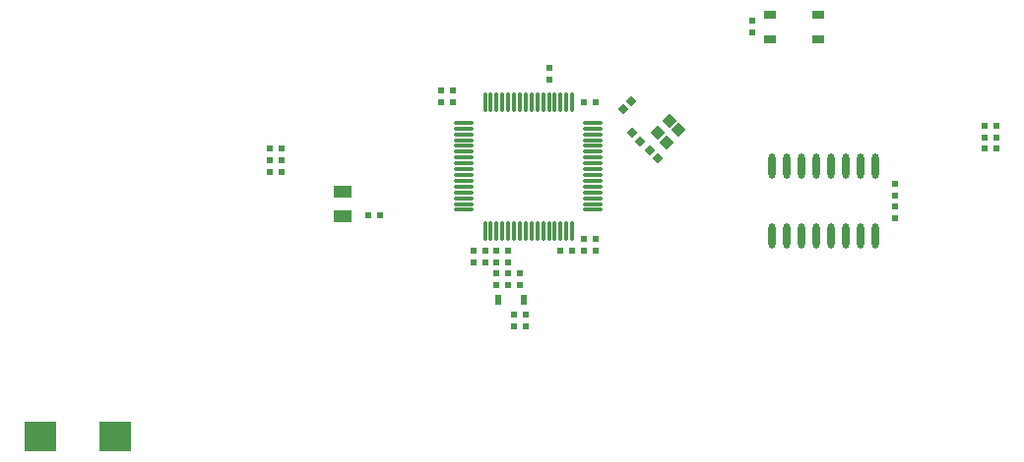
<source format=gbp>
G04 Layer_Color=128*
%FSLAX44Y44*%
%MOMM*%
G71*
G01*
G75*
%ADD17R,0.6000X0.6000*%
%ADD18R,0.6000X0.6000*%
%ADD19R,1.5000X1.0000*%
%ADD25O,0.6000X2.1500*%
%ADD52R,0.6300X0.8300*%
%ADD53R,2.7700X2.5500*%
%ADD54P,0.8485X4X270.0*%
%ADD55P,0.8485X4X360.0*%
%ADD56R,1.0500X0.6500*%
G04:AMPARAMS|DCode=57|XSize=0.95mm|YSize=0.85mm|CornerRadius=0mm|HoleSize=0mm|Usage=FLASHONLY|Rotation=45.000|XOffset=0mm|YOffset=0mm|HoleType=Round|Shape=Rectangle|*
%AMROTATEDRECTD57*
4,1,4,-0.0353,-0.6364,-0.6364,-0.0353,0.0353,0.6364,0.6364,0.0353,-0.0353,-0.6364,0.0*
%
%ADD57ROTATEDRECTD57*%

%ADD58O,0.3000X1.8000*%
%ADD59O,1.8000X0.3000*%
D17*
X562500Y212500D02*
D03*
X572500D02*
D03*
X557500Y237500D02*
D03*
X547500D02*
D03*
X557500Y247500D02*
D03*
X547500D02*
D03*
X447500Y297500D02*
D03*
X437500D02*
D03*
X977500Y375000D02*
D03*
X967500D02*
D03*
X977500Y365000D02*
D03*
X967500D02*
D03*
X562500Y202500D02*
D03*
X572500D02*
D03*
X977500Y355000D02*
D03*
X967500D02*
D03*
X352500D02*
D03*
X362500D02*
D03*
X352500Y335000D02*
D03*
X362500D02*
D03*
X352500Y345000D02*
D03*
X362500D02*
D03*
X602500Y267500D02*
D03*
X612500D02*
D03*
X622500Y395000D02*
D03*
X632500D02*
D03*
D18*
X890000Y295000D02*
D03*
Y305000D02*
D03*
Y315000D02*
D03*
Y325000D02*
D03*
X567500Y237500D02*
D03*
Y247500D02*
D03*
X527500Y267500D02*
D03*
Y257500D02*
D03*
X510000Y395000D02*
D03*
Y405000D02*
D03*
X537500Y267500D02*
D03*
Y257500D02*
D03*
X632500Y267500D02*
D03*
Y277500D02*
D03*
X622500Y277500D02*
D03*
Y267500D02*
D03*
X547500Y257500D02*
D03*
Y267500D02*
D03*
X500000Y405000D02*
D03*
Y395000D02*
D03*
X767500Y465000D02*
D03*
Y455000D02*
D03*
X592500Y415000D02*
D03*
Y425000D02*
D03*
X557500Y267500D02*
D03*
Y257500D02*
D03*
D19*
X415000Y318000D02*
D03*
Y297000D02*
D03*
D25*
X873100Y280000D02*
D03*
X860400D02*
D03*
X847700D02*
D03*
X835000D02*
D03*
X822300D02*
D03*
X809600D02*
D03*
X796900D02*
D03*
X784200D02*
D03*
X873100Y340000D02*
D03*
X860400D02*
D03*
X847700D02*
D03*
X835000D02*
D03*
X822300D02*
D03*
X809600D02*
D03*
X796900D02*
D03*
X784200D02*
D03*
D52*
X548900Y225000D02*
D03*
X571100D02*
D03*
D53*
X219700Y107500D02*
D03*
X155300D02*
D03*
D54*
X678964Y353535D02*
D03*
X686036Y346465D02*
D03*
X663964Y368535D02*
D03*
X671036Y361465D02*
D03*
D55*
X656464Y388965D02*
D03*
X663536Y396036D02*
D03*
D56*
X824400Y449250D02*
D03*
Y470750D02*
D03*
X782900D02*
D03*
Y449250D02*
D03*
D57*
X693939Y360808D02*
D03*
X685808Y368939D02*
D03*
X696061Y379192D02*
D03*
X704192Y371061D02*
D03*
D58*
X612500Y395500D02*
D03*
X607500D02*
D03*
X602500D02*
D03*
X597500D02*
D03*
X592500D02*
D03*
X587500D02*
D03*
X582500Y395500D02*
D03*
X577500D02*
D03*
X572500Y395500D02*
D03*
X567500D02*
D03*
X562500D02*
D03*
X557500D02*
D03*
X552500D02*
D03*
X547500Y395500D02*
D03*
X542500D02*
D03*
X537500Y395500D02*
D03*
X537500Y284500D02*
D03*
X542500D02*
D03*
X547500D02*
D03*
X552500D02*
D03*
X557500D02*
D03*
X562500D02*
D03*
X567500D02*
D03*
X572500D02*
D03*
X577500D02*
D03*
X582500D02*
D03*
X587500D02*
D03*
X592500Y284500D02*
D03*
X597500D02*
D03*
X602500Y284500D02*
D03*
X607500D02*
D03*
X612500D02*
D03*
D59*
X519500Y377500D02*
D03*
X519500Y372500D02*
D03*
Y367500D02*
D03*
X519500Y362500D02*
D03*
Y357500D02*
D03*
Y352500D02*
D03*
Y347500D02*
D03*
Y342500D02*
D03*
X519500Y337500D02*
D03*
Y332500D02*
D03*
Y327500D02*
D03*
X519500Y322500D02*
D03*
Y317500D02*
D03*
Y312500D02*
D03*
Y307500D02*
D03*
Y302500D02*
D03*
X630500D02*
D03*
Y307500D02*
D03*
Y312500D02*
D03*
X630500Y317500D02*
D03*
Y322500D02*
D03*
X630500Y327500D02*
D03*
Y332500D02*
D03*
Y337500D02*
D03*
Y342500D02*
D03*
Y347500D02*
D03*
Y352500D02*
D03*
Y357500D02*
D03*
Y362500D02*
D03*
Y367500D02*
D03*
Y372500D02*
D03*
X630500Y377500D02*
D03*
M02*

</source>
